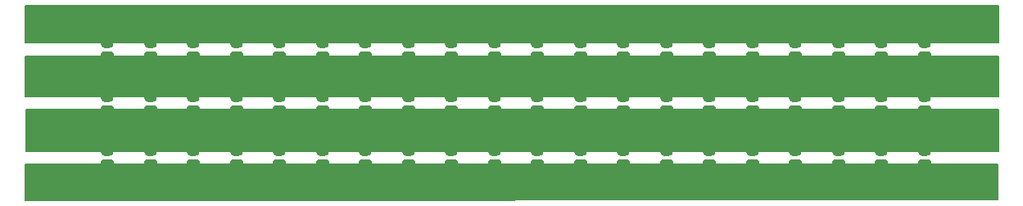
<source format=gbr>
%TF.GenerationSoftware,KiCad,Pcbnew,(6.0.2)*%
%TF.CreationDate,2022-04-10T16:39:51+09:00*%
%TF.ProjectId,battery_array,62617474-6572-4795-9f61-727261792e6b,rev?*%
%TF.SameCoordinates,Original*%
%TF.FileFunction,Copper,L2,Bot*%
%TF.FilePolarity,Positive*%
%FSLAX46Y46*%
G04 Gerber Fmt 4.6, Leading zero omitted, Abs format (unit mm)*
G04 Created by KiCad (PCBNEW (6.0.2)) date 2022-04-10 16:39:51*
%MOMM*%
%LPD*%
G01*
G04 APERTURE LIST*
G04 Aperture macros list*
%AMRoundRect*
0 Rectangle with rounded corners*
0 $1 Rounding radius*
0 $2 $3 $4 $5 $6 $7 $8 $9 X,Y pos of 4 corners*
0 Add a 4 corners polygon primitive as box body*
4,1,4,$2,$3,$4,$5,$6,$7,$8,$9,$2,$3,0*
0 Add four circle primitives for the rounded corners*
1,1,$1+$1,$2,$3*
1,1,$1+$1,$4,$5*
1,1,$1+$1,$6,$7*
1,1,$1+$1,$8,$9*
0 Add four rect primitives between the rounded corners*
20,1,$1+$1,$2,$3,$4,$5,0*
20,1,$1+$1,$4,$5,$6,$7,0*
20,1,$1+$1,$6,$7,$8,$9,0*
20,1,$1+$1,$8,$9,$2,$3,0*%
G04 Aperture macros list end*
%TA.AperFunction,NonConductor*%
%ADD10C,0.200000*%
%TD*%
%TA.AperFunction,ComponentPad*%
%ADD11RoundRect,0.200000X0.450000X-0.200000X0.450000X0.200000X-0.450000X0.200000X-0.450000X-0.200000X0*%
%TD*%
%TA.AperFunction,ComponentPad*%
%ADD12O,1.300000X0.800000*%
%TD*%
%TA.AperFunction,ComponentPad*%
%ADD13R,3.000000X3.000000*%
%TD*%
G04 APERTURE END LIST*
D10*
X202200623Y-106985123D02*
X202200697Y-103301597D01*
X202200697Y-103301597D02*
X101693499Y-103302652D01*
X101693499Y-103302652D02*
X101693319Y-107011578D01*
X101693319Y-107011578D02*
X202200623Y-106985123D01*
G36*
X202200623Y-106985123D02*
G01*
X101693319Y-107011578D01*
X101693499Y-103302652D01*
X202200697Y-103301597D01*
X202200623Y-106985123D01*
G37*
X202200623Y-106985123D02*
X101693319Y-107011578D01*
X101693499Y-103302652D01*
X202200697Y-103301597D01*
X202200623Y-106985123D01*
X202251440Y-90728818D02*
X202251494Y-86893418D01*
X202251494Y-86893418D02*
X101718294Y-86918800D01*
X101718294Y-86918800D02*
X101718294Y-90728800D01*
X101718294Y-90728800D02*
X202251440Y-90728818D01*
G36*
X202251440Y-90728818D02*
G01*
X101718294Y-90728800D01*
X101718294Y-86918800D01*
X202251494Y-86893418D01*
X202251440Y-90728818D01*
G37*
X202251440Y-90728818D02*
X101718294Y-90728800D01*
X101718294Y-86918800D01*
X202251494Y-86893418D01*
X202251440Y-90728818D01*
X202251494Y-96291400D02*
X202251494Y-92100400D01*
X202251494Y-92100400D02*
X101727000Y-92100400D01*
X101727000Y-92100400D02*
X101727000Y-96291400D01*
X101727000Y-96291400D02*
X202251494Y-96291400D01*
G36*
X202251494Y-96291400D02*
G01*
X101727000Y-96291400D01*
X101727000Y-92100400D01*
X202251494Y-92100400D01*
X202251494Y-96291400D01*
G37*
X202251494Y-96291400D02*
X101727000Y-96291400D01*
X101727000Y-92100400D01*
X202251494Y-92100400D01*
X202251494Y-96291400D01*
X202251494Y-101981000D02*
X202251494Y-97663000D01*
X202251494Y-97663000D02*
X101743694Y-97663000D01*
X101743694Y-97663000D02*
X101743694Y-101981000D01*
X101743694Y-101981000D02*
X202251494Y-101981000D01*
G36*
X202251494Y-101981000D02*
G01*
X101743694Y-101981000D01*
X101743694Y-97663000D01*
X202251494Y-97663000D01*
X202251494Y-101981000D01*
G37*
X202251494Y-101981000D02*
X101743694Y-101981000D01*
X101743694Y-97663000D01*
X202251494Y-97663000D01*
X202251494Y-101981000D01*
D11*
%TO.P,J8,1,Pin_1*%
%TO.N,Net-(H2-Pad1)*%
X119068000Y-97653000D03*
D12*
%TO.P,J8,2,Pin_2*%
%TO.N,Net-(H3-Pad1)*%
X119068000Y-96403000D03*
%TD*%
D11*
%TO.P,J5,1,Pin_1*%
%TO.N,Net-(H2-Pad1)*%
X114623000Y-97653000D03*
D12*
%TO.P,J5,2,Pin_2*%
%TO.N,Net-(H3-Pad1)*%
X114623000Y-96403000D03*
%TD*%
D11*
%TO.P,J59,1,Pin_1*%
%TO.N,Net-(H2-Pad1)*%
X194633000Y-97653000D03*
D12*
%TO.P,J59,2,Pin_2*%
%TO.N,Net-(H3-Pad1)*%
X194633000Y-96403000D03*
%TD*%
D11*
%TO.P,J25,1,Pin_1*%
%TO.N,Net-(H1-Pad1)*%
X145738000Y-103241000D03*
D12*
%TO.P,J25,2,Pin_2*%
%TO.N,Net-(H2-Pad1)*%
X145738000Y-101991000D03*
%TD*%
D11*
%TO.P,J19,1,Pin_1*%
%TO.N,Net-(H1-Pad1)*%
X136848000Y-103241000D03*
D12*
%TO.P,J19,2,Pin_2*%
%TO.N,Net-(H2-Pad1)*%
X136848000Y-101991000D03*
%TD*%
D11*
%TO.P,J20,1,Pin_1*%
%TO.N,Net-(H2-Pad1)*%
X136848000Y-97653000D03*
D12*
%TO.P,J20,2,Pin_2*%
%TO.N,Net-(H3-Pad1)*%
X136848000Y-96403000D03*
%TD*%
D11*
%TO.P,J32,1,Pin_1*%
%TO.N,Net-(H2-Pad1)*%
X154628000Y-97653000D03*
D12*
%TO.P,J32,2,Pin_2*%
%TO.N,Net-(H3-Pad1)*%
X154628000Y-96403000D03*
%TD*%
D11*
%TO.P,J14,1,Pin_1*%
%TO.N,Net-(H2-Pad1)*%
X127958000Y-97653000D03*
D12*
%TO.P,J14,2,Pin_2*%
%TO.N,Net-(H3-Pad1)*%
X127958000Y-96403000D03*
%TD*%
D11*
%TO.P,J55,1,Pin_1*%
%TO.N,Net-(H1-Pad1)*%
X190188000Y-103241000D03*
D12*
%TO.P,J55,2,Pin_2*%
%TO.N,Net-(H2-Pad1)*%
X190188000Y-101991000D03*
%TD*%
D11*
%TO.P,J42,1,Pin_1*%
%TO.N,Net-(H3-Pad1)*%
X167963000Y-92065000D03*
D12*
%TO.P,J42,2,Pin_2*%
%TO.N,Net-(H4-Pad1)*%
X167963000Y-90815000D03*
%TD*%
D11*
%TO.P,J10,1,Pin_1*%
%TO.N,Net-(H1-Pad1)*%
X123513000Y-103241000D03*
D12*
%TO.P,J10,2,Pin_2*%
%TO.N,Net-(H2-Pad1)*%
X123513000Y-101991000D03*
%TD*%
D11*
%TO.P,J16,1,Pin_1*%
%TO.N,Net-(H1-Pad1)*%
X132403000Y-103241000D03*
D12*
%TO.P,J16,2,Pin_2*%
%TO.N,Net-(H2-Pad1)*%
X132403000Y-101991000D03*
%TD*%
D11*
%TO.P,J53,1,Pin_1*%
%TO.N,Net-(H2-Pad1)*%
X185743000Y-97653000D03*
D12*
%TO.P,J53,2,Pin_2*%
%TO.N,Net-(H3-Pad1)*%
X185743000Y-96403000D03*
%TD*%
D13*
%TO.P,H3,1,1*%
%TO.N,Net-(H3-Pad1)*%
X200270294Y-94234000D03*
%TD*%
%TO.P,H5,1,1*%
%TO.N,Net-(H1-Pad1)*%
X103759000Y-105156000D03*
%TD*%
D11*
%TO.P,J27,1,Pin_1*%
%TO.N,Net-(H3-Pad1)*%
X145738000Y-92065000D03*
D12*
%TO.P,J27,2,Pin_2*%
%TO.N,Net-(H4-Pad1)*%
X145738000Y-90815000D03*
%TD*%
D11*
%TO.P,J18,1,Pin_1*%
%TO.N,Net-(H3-Pad1)*%
X132403000Y-92065000D03*
D12*
%TO.P,J18,2,Pin_2*%
%TO.N,Net-(H4-Pad1)*%
X132403000Y-90815000D03*
%TD*%
D11*
%TO.P,J52,1,Pin_1*%
%TO.N,Net-(H1-Pad1)*%
X185743000Y-103241000D03*
D12*
%TO.P,J52,2,Pin_2*%
%TO.N,Net-(H2-Pad1)*%
X185743000Y-101991000D03*
%TD*%
D11*
%TO.P,J31,1,Pin_1*%
%TO.N,Net-(H1-Pad1)*%
X154628000Y-103241000D03*
D12*
%TO.P,J31,2,Pin_2*%
%TO.N,Net-(H2-Pad1)*%
X154628000Y-101991000D03*
%TD*%
D11*
%TO.P,J44,1,Pin_1*%
%TO.N,Net-(H2-Pad1)*%
X172408000Y-97653000D03*
D12*
%TO.P,J44,2,Pin_2*%
%TO.N,Net-(H3-Pad1)*%
X172408000Y-96403000D03*
%TD*%
D11*
%TO.P,J21,1,Pin_1*%
%TO.N,Net-(H3-Pad1)*%
X136848000Y-92065000D03*
D12*
%TO.P,J21,2,Pin_2*%
%TO.N,Net-(H4-Pad1)*%
X136848000Y-90815000D03*
%TD*%
D11*
%TO.P,J58,1,Pin_1*%
%TO.N,Net-(H1-Pad1)*%
X194633000Y-103241000D03*
D12*
%TO.P,J58,2,Pin_2*%
%TO.N,Net-(H2-Pad1)*%
X194633000Y-101991000D03*
%TD*%
D11*
%TO.P,J13,1,Pin_1*%
%TO.N,Net-(H1-Pad1)*%
X127958000Y-103241000D03*
D12*
%TO.P,J13,2,Pin_2*%
%TO.N,Net-(H2-Pad1)*%
X127958000Y-101991000D03*
%TD*%
D11*
%TO.P,J23,1,Pin_1*%
%TO.N,Net-(H2-Pad1)*%
X141293000Y-97653000D03*
D12*
%TO.P,J23,2,Pin_2*%
%TO.N,Net-(H3-Pad1)*%
X141293000Y-96403000D03*
%TD*%
D11*
%TO.P,J41,1,Pin_1*%
%TO.N,Net-(H2-Pad1)*%
X167963000Y-97653000D03*
D12*
%TO.P,J41,2,Pin_2*%
%TO.N,Net-(H3-Pad1)*%
X167963000Y-96403000D03*
%TD*%
D11*
%TO.P,J51,1,Pin_1*%
%TO.N,Net-(H3-Pad1)*%
X181298000Y-92065000D03*
D12*
%TO.P,J51,2,Pin_2*%
%TO.N,Net-(H4-Pad1)*%
X181298000Y-90815000D03*
%TD*%
D11*
%TO.P,J11,1,Pin_1*%
%TO.N,Net-(H2-Pad1)*%
X123513000Y-97653000D03*
D12*
%TO.P,J11,2,Pin_2*%
%TO.N,Net-(H3-Pad1)*%
X123513000Y-96403000D03*
%TD*%
D11*
%TO.P,J54,1,Pin_1*%
%TO.N,Net-(H3-Pad1)*%
X185743000Y-92065000D03*
D12*
%TO.P,J54,2,Pin_2*%
%TO.N,Net-(H4-Pad1)*%
X185743000Y-90815000D03*
%TD*%
D11*
%TO.P,J2,1,Pin_1*%
%TO.N,Net-(H2-Pad1)*%
X110178000Y-97653000D03*
D12*
%TO.P,J2,2,Pin_2*%
%TO.N,Net-(H3-Pad1)*%
X110178000Y-96403000D03*
%TD*%
D13*
%TO.P,H1,1,1*%
%TO.N,Net-(H1-Pad1)*%
X200270294Y-105156000D03*
%TD*%
D11*
%TO.P,J17,1,Pin_1*%
%TO.N,Net-(H2-Pad1)*%
X132403000Y-97653000D03*
D12*
%TO.P,J17,2,Pin_2*%
%TO.N,Net-(H3-Pad1)*%
X132403000Y-96403000D03*
%TD*%
D11*
%TO.P,J35,1,Pin_1*%
%TO.N,Net-(H2-Pad1)*%
X159073000Y-97653000D03*
D12*
%TO.P,J35,2,Pin_2*%
%TO.N,Net-(H3-Pad1)*%
X159073000Y-96403000D03*
%TD*%
D13*
%TO.P,H6,1,1*%
%TO.N,Net-(H2-Pad1)*%
X103759000Y-99695000D03*
%TD*%
D11*
%TO.P,J43,1,Pin_1*%
%TO.N,Net-(H1-Pad1)*%
X172408000Y-103241000D03*
D12*
%TO.P,J43,2,Pin_2*%
%TO.N,Net-(H2-Pad1)*%
X172408000Y-101991000D03*
%TD*%
D13*
%TO.P,H8,1,1*%
%TO.N,Net-(H4-Pad1)*%
X103759000Y-88773000D03*
%TD*%
D11*
%TO.P,J24,1,Pin_1*%
%TO.N,Net-(H3-Pad1)*%
X141293000Y-92065000D03*
D12*
%TO.P,J24,2,Pin_2*%
%TO.N,Net-(H4-Pad1)*%
X141293000Y-90815000D03*
%TD*%
D11*
%TO.P,J56,1,Pin_1*%
%TO.N,Net-(H2-Pad1)*%
X190188000Y-97653000D03*
D12*
%TO.P,J56,2,Pin_2*%
%TO.N,Net-(H3-Pad1)*%
X190188000Y-96403000D03*
%TD*%
D11*
%TO.P,J39,1,Pin_1*%
%TO.N,Net-(H3-Pad1)*%
X163518000Y-92065000D03*
D12*
%TO.P,J39,2,Pin_2*%
%TO.N,Net-(H4-Pad1)*%
X163518000Y-90815000D03*
%TD*%
D11*
%TO.P,J47,1,Pin_1*%
%TO.N,Net-(H2-Pad1)*%
X176853000Y-97653000D03*
D12*
%TO.P,J47,2,Pin_2*%
%TO.N,Net-(H3-Pad1)*%
X176853000Y-96403000D03*
%TD*%
D11*
%TO.P,J28,1,Pin_1*%
%TO.N,Net-(H1-Pad1)*%
X150183000Y-103241000D03*
D12*
%TO.P,J28,2,Pin_2*%
%TO.N,Net-(H2-Pad1)*%
X150183000Y-101991000D03*
%TD*%
D11*
%TO.P,J36,1,Pin_1*%
%TO.N,Net-(H3-Pad1)*%
X159073000Y-92065000D03*
D12*
%TO.P,J36,2,Pin_2*%
%TO.N,Net-(H4-Pad1)*%
X159073000Y-90815000D03*
%TD*%
D13*
%TO.P,H2,1,1*%
%TO.N,Net-(H2-Pad1)*%
X200270294Y-99695000D03*
%TD*%
D11*
%TO.P,J30,1,Pin_1*%
%TO.N,Net-(H3-Pad1)*%
X150183000Y-92065000D03*
D12*
%TO.P,J30,2,Pin_2*%
%TO.N,Net-(H4-Pad1)*%
X150183000Y-90815000D03*
%TD*%
D11*
%TO.P,J9,1,Pin_1*%
%TO.N,Net-(H3-Pad1)*%
X119068000Y-92065000D03*
D12*
%TO.P,J9,2,Pin_2*%
%TO.N,Net-(H4-Pad1)*%
X119068000Y-90815000D03*
%TD*%
D11*
%TO.P,J15,1,Pin_1*%
%TO.N,Net-(H3-Pad1)*%
X127958000Y-92065000D03*
D12*
%TO.P,J15,2,Pin_2*%
%TO.N,Net-(H4-Pad1)*%
X127958000Y-90815000D03*
%TD*%
D11*
%TO.P,J46,1,Pin_1*%
%TO.N,Net-(H1-Pad1)*%
X176853000Y-103241000D03*
D12*
%TO.P,J46,2,Pin_2*%
%TO.N,Net-(H2-Pad1)*%
X176853000Y-101991000D03*
%TD*%
D11*
%TO.P,J26,1,Pin_1*%
%TO.N,Net-(H2-Pad1)*%
X145738000Y-97653000D03*
D12*
%TO.P,J26,2,Pin_2*%
%TO.N,Net-(H3-Pad1)*%
X145738000Y-96403000D03*
%TD*%
D13*
%TO.P,H7,1,1*%
%TO.N,Net-(H3-Pad1)*%
X103759000Y-94234000D03*
%TD*%
D11*
%TO.P,J60,1,Pin_1*%
%TO.N,Net-(H3-Pad1)*%
X194633000Y-92065000D03*
D12*
%TO.P,J60,2,Pin_2*%
%TO.N,Net-(H4-Pad1)*%
X194633000Y-90815000D03*
%TD*%
D11*
%TO.P,J7,1,Pin_1*%
%TO.N,Net-(H1-Pad1)*%
X119068000Y-103241000D03*
D12*
%TO.P,J7,2,Pin_2*%
%TO.N,Net-(H2-Pad1)*%
X119068000Y-101991000D03*
%TD*%
D11*
%TO.P,J3,1,Pin_1*%
%TO.N,Net-(H3-Pad1)*%
X110178000Y-92065000D03*
D12*
%TO.P,J3,2,Pin_2*%
%TO.N,Net-(H4-Pad1)*%
X110178000Y-90815000D03*
%TD*%
D11*
%TO.P,J22,1,Pin_1*%
%TO.N,Net-(H1-Pad1)*%
X141293000Y-103241000D03*
D12*
%TO.P,J22,2,Pin_2*%
%TO.N,Net-(H2-Pad1)*%
X141293000Y-101991000D03*
%TD*%
D11*
%TO.P,J40,1,Pin_1*%
%TO.N,Net-(H1-Pad1)*%
X167963000Y-103241000D03*
D12*
%TO.P,J40,2,Pin_2*%
%TO.N,Net-(H2-Pad1)*%
X167963000Y-101991000D03*
%TD*%
D11*
%TO.P,J34,1,Pin_1*%
%TO.N,Net-(H1-Pad1)*%
X159073000Y-103241000D03*
D12*
%TO.P,J34,2,Pin_2*%
%TO.N,Net-(H2-Pad1)*%
X159073000Y-101991000D03*
%TD*%
D11*
%TO.P,J29,1,Pin_1*%
%TO.N,Net-(H2-Pad1)*%
X150183000Y-97653000D03*
D12*
%TO.P,J29,2,Pin_2*%
%TO.N,Net-(H3-Pad1)*%
X150183000Y-96403000D03*
%TD*%
D11*
%TO.P,J38,1,Pin_1*%
%TO.N,Net-(H2-Pad1)*%
X163518000Y-97653000D03*
D12*
%TO.P,J38,2,Pin_2*%
%TO.N,Net-(H3-Pad1)*%
X163518000Y-96403000D03*
%TD*%
D11*
%TO.P,J6,1,Pin_1*%
%TO.N,Net-(H3-Pad1)*%
X114623000Y-92065000D03*
D12*
%TO.P,J6,2,Pin_2*%
%TO.N,Net-(H4-Pad1)*%
X114623000Y-90815000D03*
%TD*%
D11*
%TO.P,J1,1,Pin_1*%
%TO.N,Net-(H1-Pad1)*%
X110178000Y-103241000D03*
D12*
%TO.P,J1,2,Pin_2*%
%TO.N,Net-(H2-Pad1)*%
X110178000Y-101991000D03*
%TD*%
D11*
%TO.P,J49,1,Pin_1*%
%TO.N,Net-(H1-Pad1)*%
X181298000Y-103241000D03*
D12*
%TO.P,J49,2,Pin_2*%
%TO.N,Net-(H2-Pad1)*%
X181298000Y-101991000D03*
%TD*%
D11*
%TO.P,J33,1,Pin_1*%
%TO.N,Net-(H3-Pad1)*%
X154628000Y-92065000D03*
D12*
%TO.P,J33,2,Pin_2*%
%TO.N,Net-(H4-Pad1)*%
X154628000Y-90815000D03*
%TD*%
D13*
%TO.P,H4,1,1*%
%TO.N,Net-(H4-Pad1)*%
X200270294Y-88773000D03*
%TD*%
D11*
%TO.P,J50,1,Pin_1*%
%TO.N,Net-(H2-Pad1)*%
X181298000Y-97653000D03*
D12*
%TO.P,J50,2,Pin_2*%
%TO.N,Net-(H3-Pad1)*%
X181298000Y-96403000D03*
%TD*%
D11*
%TO.P,J12,1,Pin_1*%
%TO.N,Net-(H3-Pad1)*%
X123513000Y-92065000D03*
D12*
%TO.P,J12,2,Pin_2*%
%TO.N,Net-(H4-Pad1)*%
X123513000Y-90815000D03*
%TD*%
D11*
%TO.P,J37,1,Pin_1*%
%TO.N,Net-(H1-Pad1)*%
X163518000Y-103241000D03*
D12*
%TO.P,J37,2,Pin_2*%
%TO.N,Net-(H2-Pad1)*%
X163518000Y-101991000D03*
%TD*%
D11*
%TO.P,J45,1,Pin_1*%
%TO.N,Net-(H3-Pad1)*%
X172408000Y-92065000D03*
D12*
%TO.P,J45,2,Pin_2*%
%TO.N,Net-(H4-Pad1)*%
X172408000Y-90815000D03*
%TD*%
D11*
%TO.P,J4,1,Pin_1*%
%TO.N,Net-(H1-Pad1)*%
X114623000Y-103241000D03*
D12*
%TO.P,J4,2,Pin_2*%
%TO.N,Net-(H2-Pad1)*%
X114623000Y-101991000D03*
%TD*%
D11*
%TO.P,J48,1,Pin_1*%
%TO.N,Net-(H3-Pad1)*%
X176853000Y-92065000D03*
D12*
%TO.P,J48,2,Pin_2*%
%TO.N,Net-(H4-Pad1)*%
X176853000Y-90815000D03*
%TD*%
D11*
%TO.P,J57,1,Pin_1*%
%TO.N,Net-(H3-Pad1)*%
X190188000Y-92065000D03*
D12*
%TO.P,J57,2,Pin_2*%
%TO.N,Net-(H4-Pad1)*%
X190188000Y-90815000D03*
%TD*%
M02*

</source>
